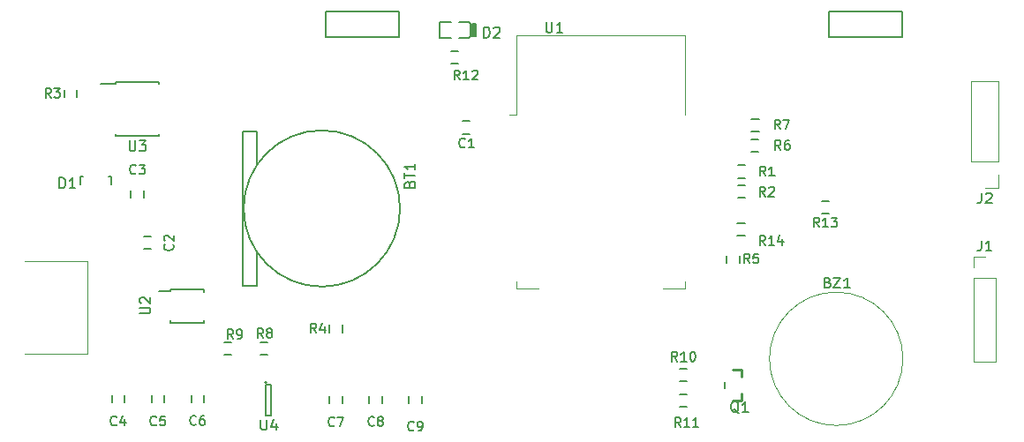
<source format=gbr>
G04 #@! TF.GenerationSoftware,KiCad,Pcbnew,(5.1.4)-1*
G04 #@! TF.CreationDate,2019-12-25T11:40:04+08:00*
G04 #@! TF.ProjectId,matrix_control_main,6d617472-6978-45f6-936f-6e74726f6c5f,rev?*
G04 #@! TF.SameCoordinates,Original*
G04 #@! TF.FileFunction,Legend,Top*
G04 #@! TF.FilePolarity,Positive*
%FSLAX46Y46*%
G04 Gerber Fmt 4.6, Leading zero omitted, Abs format (unit mm)*
G04 Created by KiCad (PCBNEW (5.1.4)-1) date 2019-12-25 11:40:04*
%MOMM*%
%LPD*%
G04 APERTURE LIST*
%ADD10C,0.150000*%
%ADD11C,0.120000*%
%ADD12C,0.100000*%
%ADD13C,0.200000*%
%ADD14C,0.254000*%
G04 APERTURE END LIST*
D10*
X90635000Y-86325000D02*
X90635000Y-86470000D01*
X94785000Y-86325000D02*
X94785000Y-86470000D01*
X94785000Y-91475000D02*
X94785000Y-91330000D01*
X90635000Y-91475000D02*
X90635000Y-91330000D01*
X90635000Y-86325000D02*
X94785000Y-86325000D01*
X90635000Y-91475000D02*
X94785000Y-91475000D01*
X90635000Y-86470000D02*
X89235000Y-86470000D01*
X117908720Y-98463100D02*
G75*
G03X117908720Y-98463100I-7500000J0D01*
G01*
X102808720Y-105863100D02*
X102808720Y-91063100D01*
X104208720Y-105863100D02*
X104208720Y-102763100D01*
X102808720Y-105863100D02*
X104208720Y-105863100D01*
X104208720Y-91063100D02*
X104208720Y-94263100D01*
X102908720Y-91063100D02*
X104208720Y-91063100D01*
X102808720Y-91063100D02*
X103008720Y-91063100D01*
X90011200Y-95422720D02*
X89962940Y-95422720D01*
X87212220Y-96123760D02*
X87212220Y-95422720D01*
X87212220Y-95422720D02*
X87461140Y-95422720D01*
X90011200Y-95422720D02*
X90211860Y-95422720D01*
X90211860Y-95422720D02*
X90211860Y-96123760D01*
D11*
X172930000Y-113200000D02*
X175050000Y-113200000D01*
X172930000Y-105140000D02*
X172930000Y-113200000D01*
X175050000Y-105140000D02*
X175050000Y-113200000D01*
X172930000Y-105140000D02*
X175050000Y-105140000D01*
X172930000Y-104140000D02*
X172930000Y-103080000D01*
X172930000Y-103080000D02*
X173990000Y-103080000D01*
X87940000Y-103475000D02*
X81940000Y-103475000D01*
X87940000Y-112425000D02*
X81940000Y-112425000D01*
X87940000Y-103475000D02*
X87940000Y-112425000D01*
D10*
X150325340Y-94327420D02*
X151025340Y-94327420D01*
X151025340Y-95527420D02*
X150325340Y-95527420D01*
X151033380Y-97422260D02*
X150333380Y-97422260D01*
X150333380Y-96222260D02*
X151033380Y-96222260D01*
X86888880Y-87082300D02*
X86888880Y-87782300D01*
X85688880Y-87782300D02*
X85688880Y-87082300D01*
X111160000Y-110350000D02*
X111160000Y-109650000D01*
X112360000Y-109650000D02*
X112360000Y-110350000D01*
X149260000Y-103670000D02*
X149260000Y-102970000D01*
X150460000Y-102970000D02*
X150460000Y-103670000D01*
X151595340Y-91843300D02*
X152295340Y-91843300D01*
X152295340Y-93043300D02*
X151595340Y-93043300D01*
X152320740Y-91079880D02*
X151620740Y-91079880D01*
X151620740Y-89879880D02*
X152320740Y-89879880D01*
X104478340Y-111307320D02*
X105178340Y-111307320D01*
X105178340Y-112507320D02*
X104478340Y-112507320D01*
X101013780Y-111307320D02*
X101713780Y-111307320D01*
X101713780Y-112507320D02*
X101013780Y-112507320D01*
X110780000Y-82010000D02*
X110780000Y-79520000D01*
X110780000Y-79520000D02*
X111640000Y-79520000D01*
X116990000Y-79520000D02*
X117810000Y-79520000D01*
X117810000Y-82010000D02*
X117810000Y-79520000D01*
X117810000Y-82010000D02*
X110780000Y-82010000D01*
X116980000Y-82010000D02*
X117810000Y-82010000D01*
X117050000Y-79521810D02*
X111550000Y-79521810D01*
X165310000Y-79521810D02*
X159810000Y-79521810D01*
X165240000Y-82010000D02*
X166070000Y-82010000D01*
X166070000Y-82010000D02*
X159040000Y-82010000D01*
X166070000Y-82010000D02*
X166070000Y-79520000D01*
X165250000Y-79520000D02*
X166070000Y-79520000D01*
X159040000Y-79520000D02*
X159900000Y-79520000D01*
X159040000Y-82010000D02*
X159040000Y-79520000D01*
D11*
X129040000Y-81860000D02*
X145280000Y-81860000D01*
X145280000Y-81860000D02*
X145280000Y-89480000D01*
X145280000Y-105480000D02*
X145280000Y-106100000D01*
X145280000Y-106100000D02*
X143160000Y-106100000D01*
X131160000Y-106100000D02*
X129040000Y-106100000D01*
X129040000Y-106100000D02*
X129040000Y-105480000D01*
X129040000Y-89480000D02*
X129040000Y-81860000D01*
X129040000Y-89480000D02*
X128430000Y-89480000D01*
D10*
X123894100Y-90088160D02*
X124594100Y-90088160D01*
X124594100Y-91288160D02*
X123894100Y-91288160D01*
X94014620Y-102354940D02*
X93314620Y-102354940D01*
X93314620Y-101154940D02*
X94014620Y-101154940D01*
X92104920Y-97413980D02*
X92104920Y-96713980D01*
X93304920Y-96713980D02*
X93304920Y-97413980D01*
X91470000Y-116380000D02*
X91470000Y-117080000D01*
X90270000Y-117080000D02*
X90270000Y-116380000D01*
X95280000Y-116380000D02*
X95280000Y-117080000D01*
X94080000Y-117080000D02*
X94080000Y-116380000D01*
X99090000Y-116380000D02*
X99090000Y-117080000D01*
X97890000Y-117080000D02*
X97890000Y-116380000D01*
X111160000Y-117190000D02*
X111160000Y-116490000D01*
X112360000Y-116490000D02*
X112360000Y-117190000D01*
X116170000Y-116490000D02*
X116170000Y-117190000D01*
X114970000Y-117190000D02*
X114970000Y-116490000D01*
X118780000Y-117190000D02*
X118780000Y-116490000D01*
X119980000Y-116490000D02*
X119980000Y-117190000D01*
D12*
X166143140Y-112885860D02*
G75*
G03X166143140Y-112885860I-6400000J0D01*
G01*
D13*
X124705240Y-80746500D02*
X124505240Y-80553500D01*
X124705240Y-81940500D02*
X124505240Y-82133500D01*
X124505240Y-82133500D02*
X123605240Y-82133500D01*
X121670240Y-80553500D02*
X121670240Y-82133500D01*
X124705240Y-80746500D02*
X124705240Y-81940500D01*
X122805240Y-82133500D02*
X121670240Y-82133500D01*
X124505240Y-80553500D02*
X123605240Y-80553500D01*
X122805240Y-80553500D02*
X121670240Y-80553500D01*
D10*
G36*
X125180240Y-80743500D02*
G01*
X124880240Y-80743500D01*
X124880240Y-81943500D01*
X125180240Y-81943500D01*
X125180240Y-80743500D01*
G37*
X125180240Y-80743500D02*
X124880240Y-80743500D01*
X124880240Y-81943500D01*
X125180240Y-81943500D01*
X125180240Y-80743500D01*
D14*
X150642080Y-116204900D02*
X150642080Y-116864900D01*
X150642080Y-116204900D02*
X150642080Y-116864900D01*
X150642080Y-116204900D02*
X150642080Y-116864900D01*
X150642080Y-116864900D02*
X149827080Y-116864900D01*
X150642080Y-113944900D02*
X149827080Y-113944900D01*
X150642080Y-113944900D02*
X150642080Y-114604900D01*
D13*
X149092080Y-115104900D02*
X149092080Y-115704900D01*
D10*
X144745380Y-113839700D02*
X145445380Y-113839700D01*
X145445380Y-115039700D02*
X144745380Y-115039700D01*
X144701360Y-116285720D02*
X145401360Y-116285720D01*
X145401360Y-117485720D02*
X144701360Y-117485720D01*
X123514600Y-84587640D02*
X122814600Y-84587640D01*
X122814600Y-83387640D02*
X123514600Y-83387640D01*
X158364440Y-97776740D02*
X159064440Y-97776740D01*
X159064440Y-98976740D02*
X158364440Y-98976740D01*
X150964380Y-101087480D02*
X150264380Y-101087480D01*
X150264380Y-99887480D02*
X150964380Y-99887480D01*
D11*
X175332700Y-86231420D02*
X172672700Y-86231420D01*
X175332700Y-93911420D02*
X175332700Y-86231420D01*
X172672700Y-93911420D02*
X172672700Y-86231420D01*
X175332700Y-93911420D02*
X172672700Y-93911420D01*
X175332700Y-95181420D02*
X175332700Y-96511420D01*
X175332700Y-96511420D02*
X174002700Y-96511420D01*
D10*
X95842420Y-106192920D02*
X95842420Y-106367920D01*
X99092420Y-106192920D02*
X99092420Y-106467920D01*
X99092420Y-109442920D02*
X99092420Y-109167920D01*
X95842420Y-109442920D02*
X95842420Y-109167920D01*
X95842420Y-106192920D02*
X99092420Y-106192920D01*
X95842420Y-109442920D02*
X99092420Y-109442920D01*
X95842420Y-106367920D02*
X94767420Y-106367920D01*
X105108400Y-115157780D02*
G75*
G03X105108400Y-115157780I-100000J0D01*
G01*
X105558400Y-115407780D02*
X105058400Y-115407780D01*
X105558400Y-118307780D02*
X105558400Y-115407780D01*
X105058400Y-118307780D02*
X105558400Y-118307780D01*
X105058400Y-115407780D02*
X105058400Y-118307780D01*
X91948095Y-91952380D02*
X91948095Y-92761904D01*
X91995714Y-92857142D01*
X92043333Y-92904761D01*
X92138571Y-92952380D01*
X92329047Y-92952380D01*
X92424285Y-92904761D01*
X92471904Y-92857142D01*
X92519523Y-92761904D01*
X92519523Y-91952380D01*
X92900476Y-91952380D02*
X93519523Y-91952380D01*
X93186190Y-92333333D01*
X93329047Y-92333333D01*
X93424285Y-92380952D01*
X93471904Y-92428571D01*
X93519523Y-92523809D01*
X93519523Y-92761904D01*
X93471904Y-92857142D01*
X93424285Y-92904761D01*
X93329047Y-92952380D01*
X93043333Y-92952380D01*
X92948095Y-92904761D01*
X92900476Y-92857142D01*
X118837291Y-96118814D02*
X118884910Y-95975957D01*
X118932529Y-95928338D01*
X119027767Y-95880719D01*
X119170624Y-95880719D01*
X119265862Y-95928338D01*
X119313481Y-95975957D01*
X119361100Y-96071195D01*
X119361100Y-96452147D01*
X118361100Y-96452147D01*
X118361100Y-96118814D01*
X118408720Y-96023576D01*
X118456339Y-95975957D01*
X118551577Y-95928338D01*
X118646815Y-95928338D01*
X118742053Y-95975957D01*
X118789672Y-96023576D01*
X118837291Y-96118814D01*
X118837291Y-96452147D01*
X118361100Y-95595004D02*
X118361100Y-95023576D01*
X119361100Y-95309290D02*
X118361100Y-95309290D01*
X119361100Y-94166433D02*
X119361100Y-94737861D01*
X119361100Y-94452147D02*
X118361100Y-94452147D01*
X118503958Y-94547385D01*
X118599196Y-94642623D01*
X118646815Y-94737861D01*
X85243944Y-96515340D02*
X85243944Y-95515340D01*
X85482040Y-95515340D01*
X85624897Y-95562960D01*
X85720135Y-95658198D01*
X85767754Y-95753436D01*
X85815373Y-95943912D01*
X85815373Y-96086769D01*
X85767754Y-96277245D01*
X85720135Y-96372483D01*
X85624897Y-96467721D01*
X85482040Y-96515340D01*
X85243944Y-96515340D01*
X86767754Y-96515340D02*
X86196325Y-96515340D01*
X86482040Y-96515340D02*
X86482040Y-95515340D01*
X86386801Y-95658198D01*
X86291563Y-95753436D01*
X86196325Y-95801055D01*
X173656666Y-101532380D02*
X173656666Y-102246666D01*
X173609047Y-102389523D01*
X173513809Y-102484761D01*
X173370952Y-102532380D01*
X173275714Y-102532380D01*
X174656666Y-102532380D02*
X174085238Y-102532380D01*
X174370952Y-102532380D02*
X174370952Y-101532380D01*
X174275714Y-101675238D01*
X174180476Y-101770476D01*
X174085238Y-101818095D01*
X152981100Y-95342182D02*
X152681100Y-94913611D01*
X152466814Y-95342182D02*
X152466814Y-94442182D01*
X152809671Y-94442182D01*
X152895385Y-94485040D01*
X152938242Y-94527897D01*
X152981100Y-94613611D01*
X152981100Y-94742182D01*
X152938242Y-94827897D01*
X152895385Y-94870754D01*
X152809671Y-94913611D01*
X152466814Y-94913611D01*
X153838242Y-95342182D02*
X153323957Y-95342182D01*
X153581100Y-95342182D02*
X153581100Y-94442182D01*
X153495385Y-94570754D01*
X153409671Y-94656468D01*
X153323957Y-94699325D01*
X152943840Y-97297982D02*
X152643840Y-96869411D01*
X152429554Y-97297982D02*
X152429554Y-96397982D01*
X152772411Y-96397982D01*
X152858125Y-96440840D01*
X152900982Y-96483697D01*
X152943840Y-96569411D01*
X152943840Y-96697982D01*
X152900982Y-96783697D01*
X152858125Y-96826554D01*
X152772411Y-96869411D01*
X152429554Y-96869411D01*
X153286697Y-96483697D02*
X153329554Y-96440840D01*
X153415268Y-96397982D01*
X153629554Y-96397982D01*
X153715268Y-96440840D01*
X153758125Y-96483697D01*
X153800982Y-96569411D01*
X153800982Y-96655125D01*
X153758125Y-96783697D01*
X153243840Y-97297982D01*
X153800982Y-97297982D01*
X84418880Y-87839442D02*
X84118880Y-87410871D01*
X83904594Y-87839442D02*
X83904594Y-86939442D01*
X84247451Y-86939442D01*
X84333165Y-86982300D01*
X84376022Y-87025157D01*
X84418880Y-87110871D01*
X84418880Y-87239442D01*
X84376022Y-87325157D01*
X84333165Y-87368014D01*
X84247451Y-87410871D01*
X83904594Y-87410871D01*
X84718880Y-86939442D02*
X85276022Y-86939442D01*
X84976022Y-87282300D01*
X85104594Y-87282300D01*
X85190308Y-87325157D01*
X85233165Y-87368014D01*
X85276022Y-87453728D01*
X85276022Y-87668014D01*
X85233165Y-87753728D01*
X85190308Y-87796585D01*
X85104594Y-87839442D01*
X84847451Y-87839442D01*
X84761737Y-87796585D01*
X84718880Y-87753728D01*
X109890000Y-110407142D02*
X109590000Y-109978571D01*
X109375714Y-110407142D02*
X109375714Y-109507142D01*
X109718571Y-109507142D01*
X109804285Y-109550000D01*
X109847142Y-109592857D01*
X109890000Y-109678571D01*
X109890000Y-109807142D01*
X109847142Y-109892857D01*
X109804285Y-109935714D01*
X109718571Y-109978571D01*
X109375714Y-109978571D01*
X110661428Y-109807142D02*
X110661428Y-110407142D01*
X110447142Y-109464285D02*
X110232857Y-110107142D01*
X110790000Y-110107142D01*
X151430000Y-103727142D02*
X151130000Y-103298571D01*
X150915714Y-103727142D02*
X150915714Y-102827142D01*
X151258571Y-102827142D01*
X151344285Y-102870000D01*
X151387142Y-102912857D01*
X151430000Y-102998571D01*
X151430000Y-103127142D01*
X151387142Y-103212857D01*
X151344285Y-103255714D01*
X151258571Y-103298571D01*
X150915714Y-103298571D01*
X152244285Y-102827142D02*
X151815714Y-102827142D01*
X151772857Y-103255714D01*
X151815714Y-103212857D01*
X151901428Y-103170000D01*
X152115714Y-103170000D01*
X152201428Y-103212857D01*
X152244285Y-103255714D01*
X152287142Y-103341428D01*
X152287142Y-103555714D01*
X152244285Y-103641428D01*
X152201428Y-103684285D01*
X152115714Y-103727142D01*
X151901428Y-103727142D01*
X151815714Y-103684285D01*
X151772857Y-103641428D01*
X154427200Y-92814882D02*
X154127200Y-92386311D01*
X153912914Y-92814882D02*
X153912914Y-91914882D01*
X154255771Y-91914882D01*
X154341485Y-91957740D01*
X154384342Y-92000597D01*
X154427200Y-92086311D01*
X154427200Y-92214882D01*
X154384342Y-92300597D01*
X154341485Y-92343454D01*
X154255771Y-92386311D01*
X153912914Y-92386311D01*
X155198628Y-91914882D02*
X155027200Y-91914882D01*
X154941485Y-91957740D01*
X154898628Y-92000597D01*
X154812914Y-92129168D01*
X154770057Y-92300597D01*
X154770057Y-92643454D01*
X154812914Y-92729168D01*
X154855771Y-92772025D01*
X154941485Y-92814882D01*
X155112914Y-92814882D01*
X155198628Y-92772025D01*
X155241485Y-92729168D01*
X155284342Y-92643454D01*
X155284342Y-92429168D01*
X155241485Y-92343454D01*
X155198628Y-92300597D01*
X155112914Y-92257740D01*
X154941485Y-92257740D01*
X154855771Y-92300597D01*
X154812914Y-92343454D01*
X154770057Y-92429168D01*
X154365820Y-90851462D02*
X154065820Y-90422891D01*
X153851534Y-90851462D02*
X153851534Y-89951462D01*
X154194391Y-89951462D01*
X154280105Y-89994320D01*
X154322962Y-90037177D01*
X154365820Y-90122891D01*
X154365820Y-90251462D01*
X154322962Y-90337177D01*
X154280105Y-90380034D01*
X154194391Y-90422891D01*
X153851534Y-90422891D01*
X154665820Y-89951462D02*
X155265820Y-89951462D01*
X154880105Y-90851462D01*
X104800260Y-110866662D02*
X104500260Y-110438091D01*
X104285974Y-110866662D02*
X104285974Y-109966662D01*
X104628831Y-109966662D01*
X104714545Y-110009520D01*
X104757402Y-110052377D01*
X104800260Y-110138091D01*
X104800260Y-110266662D01*
X104757402Y-110352377D01*
X104714545Y-110395234D01*
X104628831Y-110438091D01*
X104285974Y-110438091D01*
X105314545Y-110352377D02*
X105228831Y-110309520D01*
X105185974Y-110266662D01*
X105143117Y-110180948D01*
X105143117Y-110138091D01*
X105185974Y-110052377D01*
X105228831Y-110009520D01*
X105314545Y-109966662D01*
X105485974Y-109966662D01*
X105571688Y-110009520D01*
X105614545Y-110052377D01*
X105657402Y-110138091D01*
X105657402Y-110180948D01*
X105614545Y-110266662D01*
X105571688Y-110309520D01*
X105485974Y-110352377D01*
X105314545Y-110352377D01*
X105228831Y-110395234D01*
X105185974Y-110438091D01*
X105143117Y-110523805D01*
X105143117Y-110695234D01*
X105185974Y-110780948D01*
X105228831Y-110823805D01*
X105314545Y-110866662D01*
X105485974Y-110866662D01*
X105571688Y-110823805D01*
X105614545Y-110780948D01*
X105657402Y-110695234D01*
X105657402Y-110523805D01*
X105614545Y-110438091D01*
X105571688Y-110395234D01*
X105485974Y-110352377D01*
X101917360Y-110970802D02*
X101617360Y-110542231D01*
X101403074Y-110970802D02*
X101403074Y-110070802D01*
X101745931Y-110070802D01*
X101831645Y-110113660D01*
X101874502Y-110156517D01*
X101917360Y-110242231D01*
X101917360Y-110370802D01*
X101874502Y-110456517D01*
X101831645Y-110499374D01*
X101745931Y-110542231D01*
X101403074Y-110542231D01*
X102345931Y-110970802D02*
X102517360Y-110970802D01*
X102603074Y-110927945D01*
X102645931Y-110885088D01*
X102731645Y-110756517D01*
X102774502Y-110585088D01*
X102774502Y-110242231D01*
X102731645Y-110156517D01*
X102688788Y-110113660D01*
X102603074Y-110070802D01*
X102431645Y-110070802D01*
X102345931Y-110113660D01*
X102303074Y-110156517D01*
X102260217Y-110242231D01*
X102260217Y-110456517D01*
X102303074Y-110542231D01*
X102345931Y-110585088D01*
X102431645Y-110627945D01*
X102603074Y-110627945D01*
X102688788Y-110585088D01*
X102731645Y-110542231D01*
X102774502Y-110456517D01*
X131925155Y-80577440D02*
X131925155Y-81386964D01*
X131972774Y-81482202D01*
X132020393Y-81529821D01*
X132115631Y-81577440D01*
X132306107Y-81577440D01*
X132401345Y-81529821D01*
X132448964Y-81482202D01*
X132496583Y-81386964D01*
X132496583Y-80577440D01*
X133496583Y-81577440D02*
X132925155Y-81577440D01*
X133210869Y-81577440D02*
X133210869Y-80577440D01*
X133115631Y-80720298D01*
X133020393Y-80815536D01*
X132925155Y-80863155D01*
X124139820Y-92531048D02*
X124096962Y-92573905D01*
X123968391Y-92616762D01*
X123882677Y-92616762D01*
X123754105Y-92573905D01*
X123668391Y-92488191D01*
X123625534Y-92402477D01*
X123582677Y-92231048D01*
X123582677Y-92102477D01*
X123625534Y-91931048D01*
X123668391Y-91845334D01*
X123754105Y-91759620D01*
X123882677Y-91716762D01*
X123968391Y-91716762D01*
X124096962Y-91759620D01*
X124139820Y-91802477D01*
X124996962Y-92616762D02*
X124482677Y-92616762D01*
X124739820Y-92616762D02*
X124739820Y-91716762D01*
X124654105Y-91845334D01*
X124568391Y-91931048D01*
X124482677Y-91973905D01*
X96096048Y-101904940D02*
X96138905Y-101947797D01*
X96181762Y-102076368D01*
X96181762Y-102162082D01*
X96138905Y-102290654D01*
X96053191Y-102376368D01*
X95967477Y-102419225D01*
X95796048Y-102462082D01*
X95667477Y-102462082D01*
X95496048Y-102419225D01*
X95410334Y-102376368D01*
X95324620Y-102290654D01*
X95281762Y-102162082D01*
X95281762Y-102076368D01*
X95324620Y-101947797D01*
X95367477Y-101904940D01*
X95367477Y-101562082D02*
X95324620Y-101519225D01*
X95281762Y-101433511D01*
X95281762Y-101219225D01*
X95324620Y-101133511D01*
X95367477Y-101090654D01*
X95453191Y-101047797D01*
X95538905Y-101047797D01*
X95667477Y-101090654D01*
X96181762Y-101604940D01*
X96181762Y-101047797D01*
X92577780Y-95071468D02*
X92534922Y-95114325D01*
X92406351Y-95157182D01*
X92320637Y-95157182D01*
X92192065Y-95114325D01*
X92106351Y-95028611D01*
X92063494Y-94942897D01*
X92020637Y-94771468D01*
X92020637Y-94642897D01*
X92063494Y-94471468D01*
X92106351Y-94385754D01*
X92192065Y-94300040D01*
X92320637Y-94257182D01*
X92406351Y-94257182D01*
X92534922Y-94300040D01*
X92577780Y-94342897D01*
X92877780Y-94257182D02*
X93434922Y-94257182D01*
X93134922Y-94600040D01*
X93263494Y-94600040D01*
X93349208Y-94642897D01*
X93392065Y-94685754D01*
X93434922Y-94771468D01*
X93434922Y-94985754D01*
X93392065Y-95071468D01*
X93349208Y-95114325D01*
X93263494Y-95157182D01*
X93006351Y-95157182D01*
X92920637Y-95114325D01*
X92877780Y-95071468D01*
X90720000Y-119191428D02*
X90677142Y-119234285D01*
X90548571Y-119277142D01*
X90462857Y-119277142D01*
X90334285Y-119234285D01*
X90248571Y-119148571D01*
X90205714Y-119062857D01*
X90162857Y-118891428D01*
X90162857Y-118762857D01*
X90205714Y-118591428D01*
X90248571Y-118505714D01*
X90334285Y-118420000D01*
X90462857Y-118377142D01*
X90548571Y-118377142D01*
X90677142Y-118420000D01*
X90720000Y-118462857D01*
X91491428Y-118677142D02*
X91491428Y-119277142D01*
X91277142Y-118334285D02*
X91062857Y-118977142D01*
X91620000Y-118977142D01*
X94530000Y-119191428D02*
X94487142Y-119234285D01*
X94358571Y-119277142D01*
X94272857Y-119277142D01*
X94144285Y-119234285D01*
X94058571Y-119148571D01*
X94015714Y-119062857D01*
X93972857Y-118891428D01*
X93972857Y-118762857D01*
X94015714Y-118591428D01*
X94058571Y-118505714D01*
X94144285Y-118420000D01*
X94272857Y-118377142D01*
X94358571Y-118377142D01*
X94487142Y-118420000D01*
X94530000Y-118462857D01*
X95344285Y-118377142D02*
X94915714Y-118377142D01*
X94872857Y-118805714D01*
X94915714Y-118762857D01*
X95001428Y-118720000D01*
X95215714Y-118720000D01*
X95301428Y-118762857D01*
X95344285Y-118805714D01*
X95387142Y-118891428D01*
X95387142Y-119105714D01*
X95344285Y-119191428D01*
X95301428Y-119234285D01*
X95215714Y-119277142D01*
X95001428Y-119277142D01*
X94915714Y-119234285D01*
X94872857Y-119191428D01*
X98340000Y-119161428D02*
X98297142Y-119204285D01*
X98168571Y-119247142D01*
X98082857Y-119247142D01*
X97954285Y-119204285D01*
X97868571Y-119118571D01*
X97825714Y-119032857D01*
X97782857Y-118861428D01*
X97782857Y-118732857D01*
X97825714Y-118561428D01*
X97868571Y-118475714D01*
X97954285Y-118390000D01*
X98082857Y-118347142D01*
X98168571Y-118347142D01*
X98297142Y-118390000D01*
X98340000Y-118432857D01*
X99111428Y-118347142D02*
X98940000Y-118347142D01*
X98854285Y-118390000D01*
X98811428Y-118432857D01*
X98725714Y-118561428D01*
X98682857Y-118732857D01*
X98682857Y-119075714D01*
X98725714Y-119161428D01*
X98768571Y-119204285D01*
X98854285Y-119247142D01*
X99025714Y-119247142D01*
X99111428Y-119204285D01*
X99154285Y-119161428D01*
X99197142Y-119075714D01*
X99197142Y-118861428D01*
X99154285Y-118775714D01*
X99111428Y-118732857D01*
X99025714Y-118690000D01*
X98854285Y-118690000D01*
X98768571Y-118732857D01*
X98725714Y-118775714D01*
X98682857Y-118861428D01*
X111610000Y-119301428D02*
X111567142Y-119344285D01*
X111438571Y-119387142D01*
X111352857Y-119387142D01*
X111224285Y-119344285D01*
X111138571Y-119258571D01*
X111095714Y-119172857D01*
X111052857Y-119001428D01*
X111052857Y-118872857D01*
X111095714Y-118701428D01*
X111138571Y-118615714D01*
X111224285Y-118530000D01*
X111352857Y-118487142D01*
X111438571Y-118487142D01*
X111567142Y-118530000D01*
X111610000Y-118572857D01*
X111910000Y-118487142D02*
X112510000Y-118487142D01*
X112124285Y-119387142D01*
X115420000Y-119251428D02*
X115377142Y-119294285D01*
X115248571Y-119337142D01*
X115162857Y-119337142D01*
X115034285Y-119294285D01*
X114948571Y-119208571D01*
X114905714Y-119122857D01*
X114862857Y-118951428D01*
X114862857Y-118822857D01*
X114905714Y-118651428D01*
X114948571Y-118565714D01*
X115034285Y-118480000D01*
X115162857Y-118437142D01*
X115248571Y-118437142D01*
X115377142Y-118480000D01*
X115420000Y-118522857D01*
X115934285Y-118822857D02*
X115848571Y-118780000D01*
X115805714Y-118737142D01*
X115762857Y-118651428D01*
X115762857Y-118608571D01*
X115805714Y-118522857D01*
X115848571Y-118480000D01*
X115934285Y-118437142D01*
X116105714Y-118437142D01*
X116191428Y-118480000D01*
X116234285Y-118522857D01*
X116277142Y-118608571D01*
X116277142Y-118651428D01*
X116234285Y-118737142D01*
X116191428Y-118780000D01*
X116105714Y-118822857D01*
X115934285Y-118822857D01*
X115848571Y-118865714D01*
X115805714Y-118908571D01*
X115762857Y-118994285D01*
X115762857Y-119165714D01*
X115805714Y-119251428D01*
X115848571Y-119294285D01*
X115934285Y-119337142D01*
X116105714Y-119337142D01*
X116191428Y-119294285D01*
X116234285Y-119251428D01*
X116277142Y-119165714D01*
X116277142Y-118994285D01*
X116234285Y-118908571D01*
X116191428Y-118865714D01*
X116105714Y-118822857D01*
X119230000Y-119701428D02*
X119187142Y-119744285D01*
X119058571Y-119787142D01*
X118972857Y-119787142D01*
X118844285Y-119744285D01*
X118758571Y-119658571D01*
X118715714Y-119572857D01*
X118672857Y-119401428D01*
X118672857Y-119272857D01*
X118715714Y-119101428D01*
X118758571Y-119015714D01*
X118844285Y-118930000D01*
X118972857Y-118887142D01*
X119058571Y-118887142D01*
X119187142Y-118930000D01*
X119230000Y-118972857D01*
X119658571Y-119787142D02*
X119830000Y-119787142D01*
X119915714Y-119744285D01*
X119958571Y-119701428D01*
X120044285Y-119572857D01*
X120087142Y-119401428D01*
X120087142Y-119058571D01*
X120044285Y-118972857D01*
X120001428Y-118930000D01*
X119915714Y-118887142D01*
X119744285Y-118887142D01*
X119658571Y-118930000D01*
X119615714Y-118972857D01*
X119572857Y-119058571D01*
X119572857Y-119272857D01*
X119615714Y-119358571D01*
X119658571Y-119401428D01*
X119744285Y-119444285D01*
X119915714Y-119444285D01*
X120001428Y-119401428D01*
X120044285Y-119358571D01*
X120087142Y-119272857D01*
X158937187Y-105564431D02*
X159080044Y-105612050D01*
X159127663Y-105659669D01*
X159175282Y-105754907D01*
X159175282Y-105897764D01*
X159127663Y-105993002D01*
X159080044Y-106040621D01*
X158984806Y-106088240D01*
X158603854Y-106088240D01*
X158603854Y-105088240D01*
X158937187Y-105088240D01*
X159032425Y-105135860D01*
X159080044Y-105183479D01*
X159127663Y-105278717D01*
X159127663Y-105373955D01*
X159080044Y-105469193D01*
X159032425Y-105516812D01*
X158937187Y-105564431D01*
X158603854Y-105564431D01*
X159508616Y-105088240D02*
X160175282Y-105088240D01*
X159508616Y-106088240D01*
X160175282Y-106088240D01*
X161080044Y-106088240D02*
X160508616Y-106088240D01*
X160794330Y-106088240D02*
X160794330Y-105088240D01*
X160699092Y-105231098D01*
X160603854Y-105326336D01*
X160508616Y-105373955D01*
X125949484Y-82060040D02*
X125949484Y-81060040D01*
X126187580Y-81060040D01*
X126330437Y-81107660D01*
X126425675Y-81202898D01*
X126473294Y-81298136D01*
X126520913Y-81488612D01*
X126520913Y-81631469D01*
X126473294Y-81821945D01*
X126425675Y-81917183D01*
X126330437Y-82012421D01*
X126187580Y-82060040D01*
X125949484Y-82060040D01*
X126901865Y-81155279D02*
X126949484Y-81107660D01*
X127044722Y-81060040D01*
X127282818Y-81060040D01*
X127378056Y-81107660D01*
X127425675Y-81155279D01*
X127473294Y-81250517D01*
X127473294Y-81345755D01*
X127425675Y-81488612D01*
X126854246Y-82060040D01*
X127473294Y-82060040D01*
X150397060Y-118088795D02*
X150301822Y-118041176D01*
X150206584Y-117945937D01*
X150063727Y-117803080D01*
X149968489Y-117755461D01*
X149873251Y-117755461D01*
X149920870Y-117993556D02*
X149825632Y-117945937D01*
X149730394Y-117850699D01*
X149682775Y-117660223D01*
X149682775Y-117326890D01*
X149730394Y-117136414D01*
X149825632Y-117041176D01*
X149920870Y-116993556D01*
X150111346Y-116993556D01*
X150206584Y-117041176D01*
X150301822Y-117136414D01*
X150349441Y-117326890D01*
X150349441Y-117660223D01*
X150301822Y-117850699D01*
X150206584Y-117945937D01*
X150111346Y-117993556D01*
X149920870Y-117993556D01*
X151301822Y-117993556D02*
X150730394Y-117993556D01*
X151016108Y-117993556D02*
X151016108Y-116993556D01*
X150920870Y-117136414D01*
X150825632Y-117231652D01*
X150730394Y-117279271D01*
X144516808Y-113126842D02*
X144216808Y-112698271D01*
X144002522Y-113126842D02*
X144002522Y-112226842D01*
X144345380Y-112226842D01*
X144431094Y-112269700D01*
X144473951Y-112312557D01*
X144516808Y-112398271D01*
X144516808Y-112526842D01*
X144473951Y-112612557D01*
X144431094Y-112655414D01*
X144345380Y-112698271D01*
X144002522Y-112698271D01*
X145373951Y-113126842D02*
X144859665Y-113126842D01*
X145116808Y-113126842D02*
X145116808Y-112226842D01*
X145031094Y-112355414D01*
X144945380Y-112441128D01*
X144859665Y-112483985D01*
X145931094Y-112226842D02*
X146016808Y-112226842D01*
X146102522Y-112269700D01*
X146145380Y-112312557D01*
X146188237Y-112398271D01*
X146231094Y-112569700D01*
X146231094Y-112783985D01*
X146188237Y-112955414D01*
X146145380Y-113041128D01*
X146102522Y-113083985D01*
X146016808Y-113126842D01*
X145931094Y-113126842D01*
X145845380Y-113083985D01*
X145802522Y-113041128D01*
X145759665Y-112955414D01*
X145716808Y-112783985D01*
X145716808Y-112569700D01*
X145759665Y-112398271D01*
X145802522Y-112312557D01*
X145845380Y-112269700D01*
X145931094Y-112226842D01*
X144838968Y-119408682D02*
X144538968Y-118980111D01*
X144324682Y-119408682D02*
X144324682Y-118508682D01*
X144667540Y-118508682D01*
X144753254Y-118551540D01*
X144796111Y-118594397D01*
X144838968Y-118680111D01*
X144838968Y-118808682D01*
X144796111Y-118894397D01*
X144753254Y-118937254D01*
X144667540Y-118980111D01*
X144324682Y-118980111D01*
X145696111Y-119408682D02*
X145181825Y-119408682D01*
X145438968Y-119408682D02*
X145438968Y-118508682D01*
X145353254Y-118637254D01*
X145267540Y-118722968D01*
X145181825Y-118765825D01*
X146553254Y-119408682D02*
X146038968Y-119408682D01*
X146296111Y-119408682D02*
X146296111Y-118508682D01*
X146210397Y-118637254D01*
X146124682Y-118722968D01*
X146038968Y-118765825D01*
X123645208Y-86104202D02*
X123345208Y-85675631D01*
X123130922Y-86104202D02*
X123130922Y-85204202D01*
X123473780Y-85204202D01*
X123559494Y-85247060D01*
X123602351Y-85289917D01*
X123645208Y-85375631D01*
X123645208Y-85504202D01*
X123602351Y-85589917D01*
X123559494Y-85632774D01*
X123473780Y-85675631D01*
X123130922Y-85675631D01*
X124502351Y-86104202D02*
X123988065Y-86104202D01*
X124245208Y-86104202D02*
X124245208Y-85204202D01*
X124159494Y-85332774D01*
X124073780Y-85418488D01*
X123988065Y-85461345D01*
X124845208Y-85289917D02*
X124888065Y-85247060D01*
X124973780Y-85204202D01*
X125188065Y-85204202D01*
X125273780Y-85247060D01*
X125316637Y-85289917D01*
X125359494Y-85375631D01*
X125359494Y-85461345D01*
X125316637Y-85589917D01*
X124802351Y-86104202D01*
X125359494Y-86104202D01*
X158113008Y-100252002D02*
X157813008Y-99823431D01*
X157598722Y-100252002D02*
X157598722Y-99352002D01*
X157941580Y-99352002D01*
X158027294Y-99394860D01*
X158070151Y-99437717D01*
X158113008Y-99523431D01*
X158113008Y-99652002D01*
X158070151Y-99737717D01*
X158027294Y-99780574D01*
X157941580Y-99823431D01*
X157598722Y-99823431D01*
X158970151Y-100252002D02*
X158455865Y-100252002D01*
X158713008Y-100252002D02*
X158713008Y-99352002D01*
X158627294Y-99480574D01*
X158541580Y-99566288D01*
X158455865Y-99609145D01*
X159270151Y-99352002D02*
X159827294Y-99352002D01*
X159527294Y-99694860D01*
X159655865Y-99694860D01*
X159741580Y-99737717D01*
X159784437Y-99780574D01*
X159827294Y-99866288D01*
X159827294Y-100080574D01*
X159784437Y-100166288D01*
X159741580Y-100209145D01*
X159655865Y-100252002D01*
X159398722Y-100252002D01*
X159313008Y-100209145D01*
X159270151Y-100166288D01*
X152928868Y-101958882D02*
X152628868Y-101530311D01*
X152414582Y-101958882D02*
X152414582Y-101058882D01*
X152757440Y-101058882D01*
X152843154Y-101101740D01*
X152886011Y-101144597D01*
X152928868Y-101230311D01*
X152928868Y-101358882D01*
X152886011Y-101444597D01*
X152843154Y-101487454D01*
X152757440Y-101530311D01*
X152414582Y-101530311D01*
X153786011Y-101958882D02*
X153271725Y-101958882D01*
X153528868Y-101958882D02*
X153528868Y-101058882D01*
X153443154Y-101187454D01*
X153357440Y-101273168D01*
X153271725Y-101316025D01*
X154557440Y-101358882D02*
X154557440Y-101958882D01*
X154343154Y-101016025D02*
X154128868Y-101658882D01*
X154686011Y-101658882D01*
X173669366Y-96963800D02*
X173669366Y-97678086D01*
X173621747Y-97820943D01*
X173526509Y-97916181D01*
X173383652Y-97963800D01*
X173288414Y-97963800D01*
X174097938Y-97059039D02*
X174145557Y-97011420D01*
X174240795Y-96963800D01*
X174478890Y-96963800D01*
X174574128Y-97011420D01*
X174621747Y-97059039D01*
X174669366Y-97154277D01*
X174669366Y-97249515D01*
X174621747Y-97392372D01*
X174050319Y-97963800D01*
X174669366Y-97963800D01*
X92954860Y-108551884D02*
X93764384Y-108551884D01*
X93859622Y-108504265D01*
X93907241Y-108456646D01*
X93954860Y-108361408D01*
X93954860Y-108170932D01*
X93907241Y-108075694D01*
X93859622Y-108028075D01*
X93764384Y-107980456D01*
X92954860Y-107980456D01*
X93050099Y-107551884D02*
X93002480Y-107504265D01*
X92954860Y-107409027D01*
X92954860Y-107170932D01*
X93002480Y-107075694D01*
X93050099Y-107028075D01*
X93145337Y-106980456D01*
X93240575Y-106980456D01*
X93383432Y-107028075D01*
X93954860Y-107599503D01*
X93954860Y-106980456D01*
X104556495Y-118730160D02*
X104556495Y-119539684D01*
X104604114Y-119634922D01*
X104651733Y-119682541D01*
X104746971Y-119730160D01*
X104937447Y-119730160D01*
X105032685Y-119682541D01*
X105080304Y-119634922D01*
X105127923Y-119539684D01*
X105127923Y-118730160D01*
X106032685Y-119063494D02*
X106032685Y-119730160D01*
X105794590Y-118682541D02*
X105556495Y-119396827D01*
X106175542Y-119396827D01*
M02*

</source>
